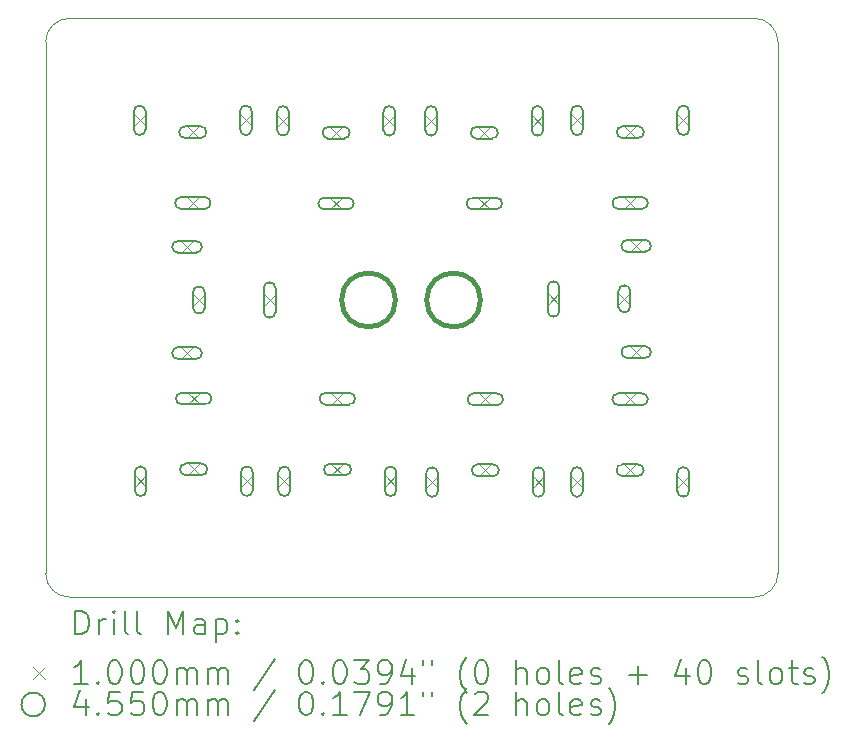
<source format=gbr>
%TF.GenerationSoftware,KiCad,Pcbnew,(6.0.9)*%
%TF.CreationDate,2023-02-05T01:33:22+02:00*%
%TF.ProjectId,Power for cam,506f7765-7220-4666-9f72-2063616d2e6b,rev?*%
%TF.SameCoordinates,Original*%
%TF.FileFunction,Drillmap*%
%TF.FilePolarity,Positive*%
%FSLAX45Y45*%
G04 Gerber Fmt 4.5, Leading zero omitted, Abs format (unit mm)*
G04 Created by KiCad (PCBNEW (6.0.9)) date 2023-02-05 01:33:22*
%MOMM*%
%LPD*%
G01*
G04 APERTURE LIST*
%ADD10C,0.100000*%
%ADD11C,0.200000*%
%ADD12C,0.455000*%
G04 APERTURE END LIST*
D10*
X12100000Y-10700000D02*
G75*
G03*
X12300000Y-10900000I200000J0D01*
G01*
X12300000Y-6000000D02*
G75*
G03*
X12100000Y-6200000I0J-200000D01*
G01*
X18300000Y-6200000D02*
G75*
G03*
X18100000Y-6000000I-200000J0D01*
G01*
X18100000Y-10900000D02*
G75*
G03*
X18300000Y-10700000I0J200000D01*
G01*
X18300000Y-6200000D02*
X18300000Y-10700000D01*
X12100000Y-6200000D02*
X12100000Y-10700000D01*
X12300000Y-10900000D02*
X18100000Y-10900000D01*
X12300000Y-6000000D02*
X18100000Y-6000000D01*
D11*
D10*
X12845720Y-6813700D02*
X12945720Y-6913700D01*
X12945720Y-6813700D02*
X12845720Y-6913700D01*
D11*
X12945720Y-6938700D02*
X12945720Y-6788700D01*
X12845720Y-6938700D02*
X12845720Y-6788700D01*
X12945720Y-6788700D02*
G75*
G03*
X12845720Y-6788700I-50000J0D01*
G01*
X12845720Y-6938700D02*
G75*
G03*
X12945720Y-6938700I50000J0D01*
G01*
D10*
X12853000Y-9869000D02*
X12953000Y-9969000D01*
X12953000Y-9869000D02*
X12853000Y-9969000D01*
D11*
X12853000Y-9844000D02*
X12853000Y-9994000D01*
X12953000Y-9844000D02*
X12953000Y-9994000D01*
X12853000Y-9994000D02*
G75*
G03*
X12953000Y-9994000I50000J0D01*
G01*
X12953000Y-9844000D02*
G75*
G03*
X12853000Y-9844000I-50000J0D01*
G01*
D10*
X13246760Y-7884540D02*
X13346760Y-7984540D01*
X13346760Y-7884540D02*
X13246760Y-7984540D01*
D11*
X13371760Y-7884540D02*
X13221760Y-7884540D01*
X13371760Y-7984540D02*
X13221760Y-7984540D01*
X13221760Y-7884540D02*
G75*
G03*
X13221760Y-7984540I0J-50000D01*
G01*
X13371760Y-7984540D02*
G75*
G03*
X13371760Y-7884540I0J50000D01*
G01*
D10*
X13246760Y-8784540D02*
X13346760Y-8884540D01*
X13346760Y-8784540D02*
X13246760Y-8884540D01*
D11*
X13371760Y-8784540D02*
X13221760Y-8784540D01*
X13371760Y-8884540D02*
X13221760Y-8884540D01*
X13221760Y-8784540D02*
G75*
G03*
X13221760Y-8884540I0J-50000D01*
G01*
X13371760Y-8884540D02*
G75*
G03*
X13371760Y-8784540I0J50000D01*
G01*
D10*
X13295720Y-6913700D02*
X13395720Y-7013700D01*
X13395720Y-6913700D02*
X13295720Y-7013700D01*
D11*
X13410720Y-6913700D02*
X13280720Y-6913700D01*
X13410720Y-7013700D02*
X13280720Y-7013700D01*
X13280720Y-6913700D02*
G75*
G03*
X13280720Y-7013700I0J-50000D01*
G01*
X13410720Y-7013700D02*
G75*
G03*
X13410720Y-6913700I0J50000D01*
G01*
D10*
X13295720Y-7513700D02*
X13395720Y-7613700D01*
X13395720Y-7513700D02*
X13295720Y-7613700D01*
D11*
X13445720Y-7513700D02*
X13245720Y-7513700D01*
X13445720Y-7613700D02*
X13245720Y-7613700D01*
X13245720Y-7513700D02*
G75*
G03*
X13245720Y-7613700I0J-50000D01*
G01*
X13445720Y-7613700D02*
G75*
G03*
X13445720Y-7513700I0J50000D01*
G01*
D10*
X13303000Y-9169000D02*
X13403000Y-9269000D01*
X13403000Y-9169000D02*
X13303000Y-9269000D01*
D11*
X13253000Y-9269000D02*
X13453000Y-9269000D01*
X13253000Y-9169000D02*
X13453000Y-9169000D01*
X13453000Y-9269000D02*
G75*
G03*
X13453000Y-9169000I0J50000D01*
G01*
X13253000Y-9169000D02*
G75*
G03*
X13253000Y-9269000I0J-50000D01*
G01*
D10*
X13303000Y-9769000D02*
X13403000Y-9869000D01*
X13403000Y-9769000D02*
X13303000Y-9869000D01*
D11*
X13288000Y-9869000D02*
X13418000Y-9869000D01*
X13288000Y-9769000D02*
X13418000Y-9769000D01*
X13418000Y-9869000D02*
G75*
G03*
X13418000Y-9769000I0J50000D01*
G01*
X13288000Y-9769000D02*
G75*
G03*
X13288000Y-9869000I0J-50000D01*
G01*
D10*
X13346760Y-8334540D02*
X13446760Y-8434540D01*
X13446760Y-8334540D02*
X13346760Y-8434540D01*
D11*
X13346760Y-8319540D02*
X13346760Y-8449540D01*
X13446760Y-8319540D02*
X13446760Y-8449540D01*
X13346760Y-8449540D02*
G75*
G03*
X13446760Y-8449540I50000J0D01*
G01*
X13446760Y-8319540D02*
G75*
G03*
X13346760Y-8319540I-50000J0D01*
G01*
D10*
X13745720Y-6813700D02*
X13845720Y-6913700D01*
X13845720Y-6813700D02*
X13745720Y-6913700D01*
D11*
X13845720Y-6938700D02*
X13845720Y-6788700D01*
X13745720Y-6938700D02*
X13745720Y-6788700D01*
X13845720Y-6788700D02*
G75*
G03*
X13745720Y-6788700I-50000J0D01*
G01*
X13745720Y-6938700D02*
G75*
G03*
X13845720Y-6938700I50000J0D01*
G01*
D10*
X13753000Y-9869000D02*
X13853000Y-9969000D01*
X13853000Y-9869000D02*
X13753000Y-9969000D01*
D11*
X13753000Y-9844000D02*
X13753000Y-9994000D01*
X13853000Y-9844000D02*
X13853000Y-9994000D01*
X13753000Y-9994000D02*
G75*
G03*
X13853000Y-9994000I50000J0D01*
G01*
X13853000Y-9844000D02*
G75*
G03*
X13753000Y-9844000I-50000J0D01*
G01*
D10*
X13946760Y-8334540D02*
X14046760Y-8434540D01*
X14046760Y-8334540D02*
X13946760Y-8434540D01*
D11*
X13946760Y-8284540D02*
X13946760Y-8484540D01*
X14046760Y-8284540D02*
X14046760Y-8484540D01*
X13946760Y-8484540D02*
G75*
G03*
X14046760Y-8484540I50000J0D01*
G01*
X14046760Y-8284540D02*
G75*
G03*
X13946760Y-8284540I-50000J0D01*
G01*
D10*
X14059280Y-6818020D02*
X14159280Y-6918020D01*
X14159280Y-6818020D02*
X14059280Y-6918020D01*
D11*
X14159280Y-6943020D02*
X14159280Y-6793020D01*
X14059280Y-6943020D02*
X14059280Y-6793020D01*
X14159280Y-6793020D02*
G75*
G03*
X14059280Y-6793020I-50000J0D01*
G01*
X14059280Y-6943020D02*
G75*
G03*
X14159280Y-6943020I50000J0D01*
G01*
D10*
X14070000Y-9870000D02*
X14170000Y-9970000D01*
X14170000Y-9870000D02*
X14070000Y-9970000D01*
D11*
X14070000Y-9845000D02*
X14070000Y-9995000D01*
X14170000Y-9845000D02*
X14170000Y-9995000D01*
X14070000Y-9995000D02*
G75*
G03*
X14170000Y-9995000I50000J0D01*
G01*
X14170000Y-9845000D02*
G75*
G03*
X14070000Y-9845000I-50000J0D01*
G01*
D10*
X14509280Y-6918020D02*
X14609280Y-7018020D01*
X14609280Y-6918020D02*
X14509280Y-7018020D01*
D11*
X14624280Y-6918020D02*
X14494280Y-6918020D01*
X14624280Y-7018020D02*
X14494280Y-7018020D01*
X14494280Y-6918020D02*
G75*
G03*
X14494280Y-7018020I0J-50000D01*
G01*
X14624280Y-7018020D02*
G75*
G03*
X14624280Y-6918020I0J50000D01*
G01*
D10*
X14509280Y-7518020D02*
X14609280Y-7618020D01*
X14609280Y-7518020D02*
X14509280Y-7618020D01*
D11*
X14659280Y-7518020D02*
X14459280Y-7518020D01*
X14659280Y-7618020D02*
X14459280Y-7618020D01*
X14459280Y-7518020D02*
G75*
G03*
X14459280Y-7618020I0J-50000D01*
G01*
X14659280Y-7618020D02*
G75*
G03*
X14659280Y-7518020I0J50000D01*
G01*
D10*
X14520000Y-9170000D02*
X14620000Y-9270000D01*
X14620000Y-9170000D02*
X14520000Y-9270000D01*
D11*
X14470000Y-9270000D02*
X14670000Y-9270000D01*
X14470000Y-9170000D02*
X14670000Y-9170000D01*
X14670000Y-9270000D02*
G75*
G03*
X14670000Y-9170000I0J50000D01*
G01*
X14470000Y-9170000D02*
G75*
G03*
X14470000Y-9270000I0J-50000D01*
G01*
D10*
X14520000Y-9770000D02*
X14620000Y-9870000D01*
X14620000Y-9770000D02*
X14520000Y-9870000D01*
D11*
X14505000Y-9870000D02*
X14635000Y-9870000D01*
X14505000Y-9770000D02*
X14635000Y-9770000D01*
X14635000Y-9870000D02*
G75*
G03*
X14635000Y-9770000I0J50000D01*
G01*
X14505000Y-9770000D02*
G75*
G03*
X14505000Y-9870000I0J-50000D01*
G01*
D10*
X14959280Y-6818020D02*
X15059280Y-6918020D01*
X15059280Y-6818020D02*
X14959280Y-6918020D01*
D11*
X15059280Y-6943020D02*
X15059280Y-6793020D01*
X14959280Y-6943020D02*
X14959280Y-6793020D01*
X15059280Y-6793020D02*
G75*
G03*
X14959280Y-6793020I-50000J0D01*
G01*
X14959280Y-6943020D02*
G75*
G03*
X15059280Y-6943020I50000J0D01*
G01*
D10*
X14970000Y-9870000D02*
X15070000Y-9970000D01*
X15070000Y-9870000D02*
X14970000Y-9970000D01*
D11*
X14970000Y-9845000D02*
X14970000Y-9995000D01*
X15070000Y-9845000D02*
X15070000Y-9995000D01*
X14970000Y-9995000D02*
G75*
G03*
X15070000Y-9995000I50000J0D01*
G01*
X15070000Y-9845000D02*
G75*
G03*
X14970000Y-9845000I-50000J0D01*
G01*
D10*
X15314040Y-6818020D02*
X15414040Y-6918020D01*
X15414040Y-6818020D02*
X15314040Y-6918020D01*
D11*
X15414040Y-6943020D02*
X15414040Y-6793020D01*
X15314040Y-6943020D02*
X15314040Y-6793020D01*
X15414040Y-6793020D02*
G75*
G03*
X15314040Y-6793020I-50000J0D01*
G01*
X15314040Y-6943020D02*
G75*
G03*
X15414040Y-6943020I50000J0D01*
G01*
D10*
X15322220Y-9876260D02*
X15422220Y-9976260D01*
X15422220Y-9876260D02*
X15322220Y-9976260D01*
D11*
X15322220Y-9851260D02*
X15322220Y-10001260D01*
X15422220Y-9851260D02*
X15422220Y-10001260D01*
X15322220Y-10001260D02*
G75*
G03*
X15422220Y-10001260I50000J0D01*
G01*
X15422220Y-9851260D02*
G75*
G03*
X15322220Y-9851260I-50000J0D01*
G01*
D10*
X15764040Y-6918020D02*
X15864040Y-7018020D01*
X15864040Y-6918020D02*
X15764040Y-7018020D01*
D11*
X15879040Y-6918020D02*
X15749040Y-6918020D01*
X15879040Y-7018020D02*
X15749040Y-7018020D01*
X15749040Y-6918020D02*
G75*
G03*
X15749040Y-7018020I0J-50000D01*
G01*
X15879040Y-7018020D02*
G75*
G03*
X15879040Y-6918020I0J50000D01*
G01*
D10*
X15764040Y-7518020D02*
X15864040Y-7618020D01*
X15864040Y-7518020D02*
X15764040Y-7618020D01*
D11*
X15914040Y-7518020D02*
X15714040Y-7518020D01*
X15914040Y-7618020D02*
X15714040Y-7618020D01*
X15714040Y-7518020D02*
G75*
G03*
X15714040Y-7618020I0J-50000D01*
G01*
X15914040Y-7618020D02*
G75*
G03*
X15914040Y-7518020I0J50000D01*
G01*
D10*
X15772220Y-9176260D02*
X15872220Y-9276260D01*
X15872220Y-9176260D02*
X15772220Y-9276260D01*
D11*
X15722220Y-9276260D02*
X15922220Y-9276260D01*
X15722220Y-9176260D02*
X15922220Y-9176260D01*
X15922220Y-9276260D02*
G75*
G03*
X15922220Y-9176260I0J50000D01*
G01*
X15722220Y-9176260D02*
G75*
G03*
X15722220Y-9276260I0J-50000D01*
G01*
D10*
X15772220Y-9776260D02*
X15872220Y-9876260D01*
X15872220Y-9776260D02*
X15772220Y-9876260D01*
D11*
X15757220Y-9876260D02*
X15887220Y-9876260D01*
X15757220Y-9776260D02*
X15887220Y-9776260D01*
X15887220Y-9876260D02*
G75*
G03*
X15887220Y-9776260I0J50000D01*
G01*
X15757220Y-9776260D02*
G75*
G03*
X15757220Y-9876260I0J-50000D01*
G01*
D10*
X16214040Y-6818020D02*
X16314040Y-6918020D01*
X16314040Y-6818020D02*
X16214040Y-6918020D01*
D11*
X16314040Y-6943020D02*
X16314040Y-6793020D01*
X16214040Y-6943020D02*
X16214040Y-6793020D01*
X16314040Y-6793020D02*
G75*
G03*
X16214040Y-6793020I-50000J0D01*
G01*
X16214040Y-6943020D02*
G75*
G03*
X16314040Y-6943020I50000J0D01*
G01*
D10*
X16222220Y-9876260D02*
X16322220Y-9976260D01*
X16322220Y-9876260D02*
X16222220Y-9976260D01*
D11*
X16222220Y-9851260D02*
X16222220Y-10001260D01*
X16322220Y-9851260D02*
X16322220Y-10001260D01*
X16222220Y-10001260D02*
G75*
G03*
X16322220Y-10001260I50000J0D01*
G01*
X16322220Y-9851260D02*
G75*
G03*
X16222220Y-9851260I-50000J0D01*
G01*
D10*
X16349580Y-8325680D02*
X16449580Y-8425680D01*
X16449580Y-8325680D02*
X16349580Y-8425680D01*
D11*
X16449580Y-8475680D02*
X16449580Y-8275680D01*
X16349580Y-8475680D02*
X16349580Y-8275680D01*
X16449580Y-8275680D02*
G75*
G03*
X16349580Y-8275680I-50000J0D01*
G01*
X16349580Y-8475680D02*
G75*
G03*
X16449580Y-8475680I50000J0D01*
G01*
D10*
X16548480Y-9875280D02*
X16648480Y-9975280D01*
X16648480Y-9875280D02*
X16548480Y-9975280D01*
D11*
X16548480Y-9850280D02*
X16548480Y-10000280D01*
X16648480Y-9850280D02*
X16648480Y-10000280D01*
X16548480Y-10000280D02*
G75*
G03*
X16648480Y-10000280I50000J0D01*
G01*
X16648480Y-9850280D02*
G75*
G03*
X16548480Y-9850280I-50000J0D01*
G01*
D10*
X16549580Y-6813700D02*
X16649580Y-6913700D01*
X16649580Y-6813700D02*
X16549580Y-6913700D01*
D11*
X16649580Y-6938700D02*
X16649580Y-6788700D01*
X16549580Y-6938700D02*
X16549580Y-6788700D01*
X16649580Y-6788700D02*
G75*
G03*
X16549580Y-6788700I-50000J0D01*
G01*
X16549580Y-6938700D02*
G75*
G03*
X16649580Y-6938700I50000J0D01*
G01*
D10*
X16949580Y-8325680D02*
X17049580Y-8425680D01*
X17049580Y-8325680D02*
X16949580Y-8425680D01*
D11*
X17049580Y-8440680D02*
X17049580Y-8310680D01*
X16949580Y-8440680D02*
X16949580Y-8310680D01*
X17049580Y-8310680D02*
G75*
G03*
X16949580Y-8310680I-50000J0D01*
G01*
X16949580Y-8440680D02*
G75*
G03*
X17049580Y-8440680I50000J0D01*
G01*
D10*
X16998480Y-9175280D02*
X17098480Y-9275280D01*
X17098480Y-9175280D02*
X16998480Y-9275280D01*
D11*
X16948480Y-9275280D02*
X17148480Y-9275280D01*
X16948480Y-9175280D02*
X17148480Y-9175280D01*
X17148480Y-9275280D02*
G75*
G03*
X17148480Y-9175280I0J50000D01*
G01*
X16948480Y-9175280D02*
G75*
G03*
X16948480Y-9275280I0J-50000D01*
G01*
D10*
X16998480Y-9775280D02*
X17098480Y-9875280D01*
X17098480Y-9775280D02*
X16998480Y-9875280D01*
D11*
X16983480Y-9875280D02*
X17113480Y-9875280D01*
X16983480Y-9775280D02*
X17113480Y-9775280D01*
X17113480Y-9875280D02*
G75*
G03*
X17113480Y-9775280I0J50000D01*
G01*
X16983480Y-9775280D02*
G75*
G03*
X16983480Y-9875280I0J-50000D01*
G01*
D10*
X16999580Y-6913700D02*
X17099580Y-7013700D01*
X17099580Y-6913700D02*
X16999580Y-7013700D01*
D11*
X17114580Y-6913700D02*
X16984580Y-6913700D01*
X17114580Y-7013700D02*
X16984580Y-7013700D01*
X16984580Y-6913700D02*
G75*
G03*
X16984580Y-7013700I0J-50000D01*
G01*
X17114580Y-7013700D02*
G75*
G03*
X17114580Y-6913700I0J50000D01*
G01*
D10*
X16999580Y-7513700D02*
X17099580Y-7613700D01*
X17099580Y-7513700D02*
X16999580Y-7613700D01*
D11*
X17149580Y-7513700D02*
X16949580Y-7513700D01*
X17149580Y-7613700D02*
X16949580Y-7613700D01*
X16949580Y-7513700D02*
G75*
G03*
X16949580Y-7613700I0J-50000D01*
G01*
X17149580Y-7613700D02*
G75*
G03*
X17149580Y-7513700I0J50000D01*
G01*
D10*
X17049580Y-7875680D02*
X17149580Y-7975680D01*
X17149580Y-7875680D02*
X17049580Y-7975680D01*
D11*
X17024580Y-7975680D02*
X17174580Y-7975680D01*
X17024580Y-7875680D02*
X17174580Y-7875680D01*
X17174580Y-7975680D02*
G75*
G03*
X17174580Y-7875680I0J50000D01*
G01*
X17024580Y-7875680D02*
G75*
G03*
X17024580Y-7975680I0J-50000D01*
G01*
D10*
X17049580Y-8775680D02*
X17149580Y-8875680D01*
X17149580Y-8775680D02*
X17049580Y-8875680D01*
D11*
X17024580Y-8875680D02*
X17174580Y-8875680D01*
X17024580Y-8775680D02*
X17174580Y-8775680D01*
X17174580Y-8875680D02*
G75*
G03*
X17174580Y-8775680I0J50000D01*
G01*
X17024580Y-8775680D02*
G75*
G03*
X17024580Y-8875680I0J-50000D01*
G01*
D10*
X17448480Y-9875280D02*
X17548480Y-9975280D01*
X17548480Y-9875280D02*
X17448480Y-9975280D01*
D11*
X17448480Y-9850280D02*
X17448480Y-10000280D01*
X17548480Y-9850280D02*
X17548480Y-10000280D01*
X17448480Y-10000280D02*
G75*
G03*
X17548480Y-10000280I50000J0D01*
G01*
X17548480Y-9850280D02*
G75*
G03*
X17448480Y-9850280I-50000J0D01*
G01*
D10*
X17449580Y-6813700D02*
X17549580Y-6913700D01*
X17549580Y-6813700D02*
X17449580Y-6913700D01*
D11*
X17549580Y-6938700D02*
X17549580Y-6788700D01*
X17449580Y-6938700D02*
X17449580Y-6788700D01*
X17549580Y-6788700D02*
G75*
G03*
X17449580Y-6788700I-50000J0D01*
G01*
X17449580Y-6938700D02*
G75*
G03*
X17549580Y-6938700I50000J0D01*
G01*
D12*
X15061100Y-8384540D02*
G75*
G03*
X15061100Y-8384540I-227500J0D01*
G01*
X15781100Y-8384540D02*
G75*
G03*
X15781100Y-8384540I-227500J0D01*
G01*
D11*
X12352619Y-11215476D02*
X12352619Y-11015476D01*
X12400238Y-11015476D01*
X12428809Y-11025000D01*
X12447857Y-11044048D01*
X12457381Y-11063095D01*
X12466905Y-11101190D01*
X12466905Y-11129762D01*
X12457381Y-11167857D01*
X12447857Y-11186905D01*
X12428809Y-11205952D01*
X12400238Y-11215476D01*
X12352619Y-11215476D01*
X12552619Y-11215476D02*
X12552619Y-11082143D01*
X12552619Y-11120238D02*
X12562143Y-11101190D01*
X12571667Y-11091667D01*
X12590714Y-11082143D01*
X12609762Y-11082143D01*
X12676428Y-11215476D02*
X12676428Y-11082143D01*
X12676428Y-11015476D02*
X12666905Y-11025000D01*
X12676428Y-11034524D01*
X12685952Y-11025000D01*
X12676428Y-11015476D01*
X12676428Y-11034524D01*
X12800238Y-11215476D02*
X12781190Y-11205952D01*
X12771667Y-11186905D01*
X12771667Y-11015476D01*
X12905000Y-11215476D02*
X12885952Y-11205952D01*
X12876428Y-11186905D01*
X12876428Y-11015476D01*
X13133571Y-11215476D02*
X13133571Y-11015476D01*
X13200238Y-11158333D01*
X13266905Y-11015476D01*
X13266905Y-11215476D01*
X13447857Y-11215476D02*
X13447857Y-11110714D01*
X13438333Y-11091667D01*
X13419286Y-11082143D01*
X13381190Y-11082143D01*
X13362143Y-11091667D01*
X13447857Y-11205952D02*
X13428809Y-11215476D01*
X13381190Y-11215476D01*
X13362143Y-11205952D01*
X13352619Y-11186905D01*
X13352619Y-11167857D01*
X13362143Y-11148810D01*
X13381190Y-11139286D01*
X13428809Y-11139286D01*
X13447857Y-11129762D01*
X13543095Y-11082143D02*
X13543095Y-11282143D01*
X13543095Y-11091667D02*
X13562143Y-11082143D01*
X13600238Y-11082143D01*
X13619286Y-11091667D01*
X13628809Y-11101190D01*
X13638333Y-11120238D01*
X13638333Y-11177381D01*
X13628809Y-11196428D01*
X13619286Y-11205952D01*
X13600238Y-11215476D01*
X13562143Y-11215476D01*
X13543095Y-11205952D01*
X13724048Y-11196428D02*
X13733571Y-11205952D01*
X13724048Y-11215476D01*
X13714524Y-11205952D01*
X13724048Y-11196428D01*
X13724048Y-11215476D01*
X13724048Y-11091667D02*
X13733571Y-11101190D01*
X13724048Y-11110714D01*
X13714524Y-11101190D01*
X13724048Y-11091667D01*
X13724048Y-11110714D01*
D10*
X11995000Y-11495000D02*
X12095000Y-11595000D01*
X12095000Y-11495000D02*
X11995000Y-11595000D01*
D11*
X12457381Y-11635476D02*
X12343095Y-11635476D01*
X12400238Y-11635476D02*
X12400238Y-11435476D01*
X12381190Y-11464048D01*
X12362143Y-11483095D01*
X12343095Y-11492619D01*
X12543095Y-11616428D02*
X12552619Y-11625952D01*
X12543095Y-11635476D01*
X12533571Y-11625952D01*
X12543095Y-11616428D01*
X12543095Y-11635476D01*
X12676428Y-11435476D02*
X12695476Y-11435476D01*
X12714524Y-11445000D01*
X12724048Y-11454524D01*
X12733571Y-11473571D01*
X12743095Y-11511667D01*
X12743095Y-11559286D01*
X12733571Y-11597381D01*
X12724048Y-11616428D01*
X12714524Y-11625952D01*
X12695476Y-11635476D01*
X12676428Y-11635476D01*
X12657381Y-11625952D01*
X12647857Y-11616428D01*
X12638333Y-11597381D01*
X12628809Y-11559286D01*
X12628809Y-11511667D01*
X12638333Y-11473571D01*
X12647857Y-11454524D01*
X12657381Y-11445000D01*
X12676428Y-11435476D01*
X12866905Y-11435476D02*
X12885952Y-11435476D01*
X12905000Y-11445000D01*
X12914524Y-11454524D01*
X12924048Y-11473571D01*
X12933571Y-11511667D01*
X12933571Y-11559286D01*
X12924048Y-11597381D01*
X12914524Y-11616428D01*
X12905000Y-11625952D01*
X12885952Y-11635476D01*
X12866905Y-11635476D01*
X12847857Y-11625952D01*
X12838333Y-11616428D01*
X12828809Y-11597381D01*
X12819286Y-11559286D01*
X12819286Y-11511667D01*
X12828809Y-11473571D01*
X12838333Y-11454524D01*
X12847857Y-11445000D01*
X12866905Y-11435476D01*
X13057381Y-11435476D02*
X13076428Y-11435476D01*
X13095476Y-11445000D01*
X13105000Y-11454524D01*
X13114524Y-11473571D01*
X13124048Y-11511667D01*
X13124048Y-11559286D01*
X13114524Y-11597381D01*
X13105000Y-11616428D01*
X13095476Y-11625952D01*
X13076428Y-11635476D01*
X13057381Y-11635476D01*
X13038333Y-11625952D01*
X13028809Y-11616428D01*
X13019286Y-11597381D01*
X13009762Y-11559286D01*
X13009762Y-11511667D01*
X13019286Y-11473571D01*
X13028809Y-11454524D01*
X13038333Y-11445000D01*
X13057381Y-11435476D01*
X13209762Y-11635476D02*
X13209762Y-11502143D01*
X13209762Y-11521190D02*
X13219286Y-11511667D01*
X13238333Y-11502143D01*
X13266905Y-11502143D01*
X13285952Y-11511667D01*
X13295476Y-11530714D01*
X13295476Y-11635476D01*
X13295476Y-11530714D02*
X13305000Y-11511667D01*
X13324048Y-11502143D01*
X13352619Y-11502143D01*
X13371667Y-11511667D01*
X13381190Y-11530714D01*
X13381190Y-11635476D01*
X13476428Y-11635476D02*
X13476428Y-11502143D01*
X13476428Y-11521190D02*
X13485952Y-11511667D01*
X13505000Y-11502143D01*
X13533571Y-11502143D01*
X13552619Y-11511667D01*
X13562143Y-11530714D01*
X13562143Y-11635476D01*
X13562143Y-11530714D02*
X13571667Y-11511667D01*
X13590714Y-11502143D01*
X13619286Y-11502143D01*
X13638333Y-11511667D01*
X13647857Y-11530714D01*
X13647857Y-11635476D01*
X14038333Y-11425952D02*
X13866905Y-11683095D01*
X14295476Y-11435476D02*
X14314524Y-11435476D01*
X14333571Y-11445000D01*
X14343095Y-11454524D01*
X14352619Y-11473571D01*
X14362143Y-11511667D01*
X14362143Y-11559286D01*
X14352619Y-11597381D01*
X14343095Y-11616428D01*
X14333571Y-11625952D01*
X14314524Y-11635476D01*
X14295476Y-11635476D01*
X14276428Y-11625952D01*
X14266905Y-11616428D01*
X14257381Y-11597381D01*
X14247857Y-11559286D01*
X14247857Y-11511667D01*
X14257381Y-11473571D01*
X14266905Y-11454524D01*
X14276428Y-11445000D01*
X14295476Y-11435476D01*
X14447857Y-11616428D02*
X14457381Y-11625952D01*
X14447857Y-11635476D01*
X14438333Y-11625952D01*
X14447857Y-11616428D01*
X14447857Y-11635476D01*
X14581190Y-11435476D02*
X14600238Y-11435476D01*
X14619286Y-11445000D01*
X14628809Y-11454524D01*
X14638333Y-11473571D01*
X14647857Y-11511667D01*
X14647857Y-11559286D01*
X14638333Y-11597381D01*
X14628809Y-11616428D01*
X14619286Y-11625952D01*
X14600238Y-11635476D01*
X14581190Y-11635476D01*
X14562143Y-11625952D01*
X14552619Y-11616428D01*
X14543095Y-11597381D01*
X14533571Y-11559286D01*
X14533571Y-11511667D01*
X14543095Y-11473571D01*
X14552619Y-11454524D01*
X14562143Y-11445000D01*
X14581190Y-11435476D01*
X14714524Y-11435476D02*
X14838333Y-11435476D01*
X14771667Y-11511667D01*
X14800238Y-11511667D01*
X14819286Y-11521190D01*
X14828809Y-11530714D01*
X14838333Y-11549762D01*
X14838333Y-11597381D01*
X14828809Y-11616428D01*
X14819286Y-11625952D01*
X14800238Y-11635476D01*
X14743095Y-11635476D01*
X14724048Y-11625952D01*
X14714524Y-11616428D01*
X14933571Y-11635476D02*
X14971667Y-11635476D01*
X14990714Y-11625952D01*
X15000238Y-11616428D01*
X15019286Y-11587857D01*
X15028809Y-11549762D01*
X15028809Y-11473571D01*
X15019286Y-11454524D01*
X15009762Y-11445000D01*
X14990714Y-11435476D01*
X14952619Y-11435476D01*
X14933571Y-11445000D01*
X14924048Y-11454524D01*
X14914524Y-11473571D01*
X14914524Y-11521190D01*
X14924048Y-11540238D01*
X14933571Y-11549762D01*
X14952619Y-11559286D01*
X14990714Y-11559286D01*
X15009762Y-11549762D01*
X15019286Y-11540238D01*
X15028809Y-11521190D01*
X15200238Y-11502143D02*
X15200238Y-11635476D01*
X15152619Y-11425952D02*
X15105000Y-11568809D01*
X15228809Y-11568809D01*
X15295476Y-11435476D02*
X15295476Y-11473571D01*
X15371667Y-11435476D02*
X15371667Y-11473571D01*
X15666905Y-11711667D02*
X15657381Y-11702143D01*
X15638333Y-11673571D01*
X15628809Y-11654524D01*
X15619286Y-11625952D01*
X15609762Y-11578333D01*
X15609762Y-11540238D01*
X15619286Y-11492619D01*
X15628809Y-11464048D01*
X15638333Y-11445000D01*
X15657381Y-11416428D01*
X15666905Y-11406905D01*
X15781190Y-11435476D02*
X15800238Y-11435476D01*
X15819286Y-11445000D01*
X15828809Y-11454524D01*
X15838333Y-11473571D01*
X15847857Y-11511667D01*
X15847857Y-11559286D01*
X15838333Y-11597381D01*
X15828809Y-11616428D01*
X15819286Y-11625952D01*
X15800238Y-11635476D01*
X15781190Y-11635476D01*
X15762143Y-11625952D01*
X15752619Y-11616428D01*
X15743095Y-11597381D01*
X15733571Y-11559286D01*
X15733571Y-11511667D01*
X15743095Y-11473571D01*
X15752619Y-11454524D01*
X15762143Y-11445000D01*
X15781190Y-11435476D01*
X16085952Y-11635476D02*
X16085952Y-11435476D01*
X16171667Y-11635476D02*
X16171667Y-11530714D01*
X16162143Y-11511667D01*
X16143095Y-11502143D01*
X16114524Y-11502143D01*
X16095476Y-11511667D01*
X16085952Y-11521190D01*
X16295476Y-11635476D02*
X16276428Y-11625952D01*
X16266905Y-11616428D01*
X16257381Y-11597381D01*
X16257381Y-11540238D01*
X16266905Y-11521190D01*
X16276428Y-11511667D01*
X16295476Y-11502143D01*
X16324048Y-11502143D01*
X16343095Y-11511667D01*
X16352619Y-11521190D01*
X16362143Y-11540238D01*
X16362143Y-11597381D01*
X16352619Y-11616428D01*
X16343095Y-11625952D01*
X16324048Y-11635476D01*
X16295476Y-11635476D01*
X16476428Y-11635476D02*
X16457381Y-11625952D01*
X16447857Y-11606905D01*
X16447857Y-11435476D01*
X16628809Y-11625952D02*
X16609762Y-11635476D01*
X16571667Y-11635476D01*
X16552619Y-11625952D01*
X16543095Y-11606905D01*
X16543095Y-11530714D01*
X16552619Y-11511667D01*
X16571667Y-11502143D01*
X16609762Y-11502143D01*
X16628809Y-11511667D01*
X16638333Y-11530714D01*
X16638333Y-11549762D01*
X16543095Y-11568809D01*
X16714524Y-11625952D02*
X16733571Y-11635476D01*
X16771667Y-11635476D01*
X16790714Y-11625952D01*
X16800238Y-11606905D01*
X16800238Y-11597381D01*
X16790714Y-11578333D01*
X16771667Y-11568809D01*
X16743095Y-11568809D01*
X16724048Y-11559286D01*
X16714524Y-11540238D01*
X16714524Y-11530714D01*
X16724048Y-11511667D01*
X16743095Y-11502143D01*
X16771667Y-11502143D01*
X16790714Y-11511667D01*
X17038333Y-11559286D02*
X17190714Y-11559286D01*
X17114524Y-11635476D02*
X17114524Y-11483095D01*
X17524048Y-11502143D02*
X17524048Y-11635476D01*
X17476429Y-11425952D02*
X17428810Y-11568809D01*
X17552619Y-11568809D01*
X17666905Y-11435476D02*
X17685952Y-11435476D01*
X17705000Y-11445000D01*
X17714524Y-11454524D01*
X17724048Y-11473571D01*
X17733571Y-11511667D01*
X17733571Y-11559286D01*
X17724048Y-11597381D01*
X17714524Y-11616428D01*
X17705000Y-11625952D01*
X17685952Y-11635476D01*
X17666905Y-11635476D01*
X17647857Y-11625952D01*
X17638333Y-11616428D01*
X17628810Y-11597381D01*
X17619286Y-11559286D01*
X17619286Y-11511667D01*
X17628810Y-11473571D01*
X17638333Y-11454524D01*
X17647857Y-11445000D01*
X17666905Y-11435476D01*
X17962143Y-11625952D02*
X17981190Y-11635476D01*
X18019286Y-11635476D01*
X18038333Y-11625952D01*
X18047857Y-11606905D01*
X18047857Y-11597381D01*
X18038333Y-11578333D01*
X18019286Y-11568809D01*
X17990714Y-11568809D01*
X17971667Y-11559286D01*
X17962143Y-11540238D01*
X17962143Y-11530714D01*
X17971667Y-11511667D01*
X17990714Y-11502143D01*
X18019286Y-11502143D01*
X18038333Y-11511667D01*
X18162143Y-11635476D02*
X18143095Y-11625952D01*
X18133571Y-11606905D01*
X18133571Y-11435476D01*
X18266905Y-11635476D02*
X18247857Y-11625952D01*
X18238333Y-11616428D01*
X18228810Y-11597381D01*
X18228810Y-11540238D01*
X18238333Y-11521190D01*
X18247857Y-11511667D01*
X18266905Y-11502143D01*
X18295476Y-11502143D01*
X18314524Y-11511667D01*
X18324048Y-11521190D01*
X18333571Y-11540238D01*
X18333571Y-11597381D01*
X18324048Y-11616428D01*
X18314524Y-11625952D01*
X18295476Y-11635476D01*
X18266905Y-11635476D01*
X18390714Y-11502143D02*
X18466905Y-11502143D01*
X18419286Y-11435476D02*
X18419286Y-11606905D01*
X18428810Y-11625952D01*
X18447857Y-11635476D01*
X18466905Y-11635476D01*
X18524048Y-11625952D02*
X18543095Y-11635476D01*
X18581190Y-11635476D01*
X18600238Y-11625952D01*
X18609762Y-11606905D01*
X18609762Y-11597381D01*
X18600238Y-11578333D01*
X18581190Y-11568809D01*
X18552619Y-11568809D01*
X18533571Y-11559286D01*
X18524048Y-11540238D01*
X18524048Y-11530714D01*
X18533571Y-11511667D01*
X18552619Y-11502143D01*
X18581190Y-11502143D01*
X18600238Y-11511667D01*
X18676429Y-11711667D02*
X18685952Y-11702143D01*
X18705000Y-11673571D01*
X18714524Y-11654524D01*
X18724048Y-11625952D01*
X18733571Y-11578333D01*
X18733571Y-11540238D01*
X18724048Y-11492619D01*
X18714524Y-11464048D01*
X18705000Y-11445000D01*
X18685952Y-11416428D01*
X18676429Y-11406905D01*
X12095000Y-11809000D02*
G75*
G03*
X12095000Y-11809000I-100000J0D01*
G01*
X12438333Y-11766143D02*
X12438333Y-11899476D01*
X12390714Y-11689952D02*
X12343095Y-11832809D01*
X12466905Y-11832809D01*
X12543095Y-11880428D02*
X12552619Y-11889952D01*
X12543095Y-11899476D01*
X12533571Y-11889952D01*
X12543095Y-11880428D01*
X12543095Y-11899476D01*
X12733571Y-11699476D02*
X12638333Y-11699476D01*
X12628809Y-11794714D01*
X12638333Y-11785190D01*
X12657381Y-11775667D01*
X12705000Y-11775667D01*
X12724048Y-11785190D01*
X12733571Y-11794714D01*
X12743095Y-11813762D01*
X12743095Y-11861381D01*
X12733571Y-11880428D01*
X12724048Y-11889952D01*
X12705000Y-11899476D01*
X12657381Y-11899476D01*
X12638333Y-11889952D01*
X12628809Y-11880428D01*
X12924048Y-11699476D02*
X12828809Y-11699476D01*
X12819286Y-11794714D01*
X12828809Y-11785190D01*
X12847857Y-11775667D01*
X12895476Y-11775667D01*
X12914524Y-11785190D01*
X12924048Y-11794714D01*
X12933571Y-11813762D01*
X12933571Y-11861381D01*
X12924048Y-11880428D01*
X12914524Y-11889952D01*
X12895476Y-11899476D01*
X12847857Y-11899476D01*
X12828809Y-11889952D01*
X12819286Y-11880428D01*
X13057381Y-11699476D02*
X13076428Y-11699476D01*
X13095476Y-11709000D01*
X13105000Y-11718524D01*
X13114524Y-11737571D01*
X13124048Y-11775667D01*
X13124048Y-11823286D01*
X13114524Y-11861381D01*
X13105000Y-11880428D01*
X13095476Y-11889952D01*
X13076428Y-11899476D01*
X13057381Y-11899476D01*
X13038333Y-11889952D01*
X13028809Y-11880428D01*
X13019286Y-11861381D01*
X13009762Y-11823286D01*
X13009762Y-11775667D01*
X13019286Y-11737571D01*
X13028809Y-11718524D01*
X13038333Y-11709000D01*
X13057381Y-11699476D01*
X13209762Y-11899476D02*
X13209762Y-11766143D01*
X13209762Y-11785190D02*
X13219286Y-11775667D01*
X13238333Y-11766143D01*
X13266905Y-11766143D01*
X13285952Y-11775667D01*
X13295476Y-11794714D01*
X13295476Y-11899476D01*
X13295476Y-11794714D02*
X13305000Y-11775667D01*
X13324048Y-11766143D01*
X13352619Y-11766143D01*
X13371667Y-11775667D01*
X13381190Y-11794714D01*
X13381190Y-11899476D01*
X13476428Y-11899476D02*
X13476428Y-11766143D01*
X13476428Y-11785190D02*
X13485952Y-11775667D01*
X13505000Y-11766143D01*
X13533571Y-11766143D01*
X13552619Y-11775667D01*
X13562143Y-11794714D01*
X13562143Y-11899476D01*
X13562143Y-11794714D02*
X13571667Y-11775667D01*
X13590714Y-11766143D01*
X13619286Y-11766143D01*
X13638333Y-11775667D01*
X13647857Y-11794714D01*
X13647857Y-11899476D01*
X14038333Y-11689952D02*
X13866905Y-11947095D01*
X14295476Y-11699476D02*
X14314524Y-11699476D01*
X14333571Y-11709000D01*
X14343095Y-11718524D01*
X14352619Y-11737571D01*
X14362143Y-11775667D01*
X14362143Y-11823286D01*
X14352619Y-11861381D01*
X14343095Y-11880428D01*
X14333571Y-11889952D01*
X14314524Y-11899476D01*
X14295476Y-11899476D01*
X14276428Y-11889952D01*
X14266905Y-11880428D01*
X14257381Y-11861381D01*
X14247857Y-11823286D01*
X14247857Y-11775667D01*
X14257381Y-11737571D01*
X14266905Y-11718524D01*
X14276428Y-11709000D01*
X14295476Y-11699476D01*
X14447857Y-11880428D02*
X14457381Y-11889952D01*
X14447857Y-11899476D01*
X14438333Y-11889952D01*
X14447857Y-11880428D01*
X14447857Y-11899476D01*
X14647857Y-11899476D02*
X14533571Y-11899476D01*
X14590714Y-11899476D02*
X14590714Y-11699476D01*
X14571667Y-11728048D01*
X14552619Y-11747095D01*
X14533571Y-11756619D01*
X14714524Y-11699476D02*
X14847857Y-11699476D01*
X14762143Y-11899476D01*
X14933571Y-11899476D02*
X14971667Y-11899476D01*
X14990714Y-11889952D01*
X15000238Y-11880428D01*
X15019286Y-11851857D01*
X15028809Y-11813762D01*
X15028809Y-11737571D01*
X15019286Y-11718524D01*
X15009762Y-11709000D01*
X14990714Y-11699476D01*
X14952619Y-11699476D01*
X14933571Y-11709000D01*
X14924048Y-11718524D01*
X14914524Y-11737571D01*
X14914524Y-11785190D01*
X14924048Y-11804238D01*
X14933571Y-11813762D01*
X14952619Y-11823286D01*
X14990714Y-11823286D01*
X15009762Y-11813762D01*
X15019286Y-11804238D01*
X15028809Y-11785190D01*
X15219286Y-11899476D02*
X15105000Y-11899476D01*
X15162143Y-11899476D02*
X15162143Y-11699476D01*
X15143095Y-11728048D01*
X15124048Y-11747095D01*
X15105000Y-11756619D01*
X15295476Y-11699476D02*
X15295476Y-11737571D01*
X15371667Y-11699476D02*
X15371667Y-11737571D01*
X15666905Y-11975667D02*
X15657381Y-11966143D01*
X15638333Y-11937571D01*
X15628809Y-11918524D01*
X15619286Y-11889952D01*
X15609762Y-11842333D01*
X15609762Y-11804238D01*
X15619286Y-11756619D01*
X15628809Y-11728048D01*
X15638333Y-11709000D01*
X15657381Y-11680428D01*
X15666905Y-11670905D01*
X15733571Y-11718524D02*
X15743095Y-11709000D01*
X15762143Y-11699476D01*
X15809762Y-11699476D01*
X15828809Y-11709000D01*
X15838333Y-11718524D01*
X15847857Y-11737571D01*
X15847857Y-11756619D01*
X15838333Y-11785190D01*
X15724048Y-11899476D01*
X15847857Y-11899476D01*
X16085952Y-11899476D02*
X16085952Y-11699476D01*
X16171667Y-11899476D02*
X16171667Y-11794714D01*
X16162143Y-11775667D01*
X16143095Y-11766143D01*
X16114524Y-11766143D01*
X16095476Y-11775667D01*
X16085952Y-11785190D01*
X16295476Y-11899476D02*
X16276428Y-11889952D01*
X16266905Y-11880428D01*
X16257381Y-11861381D01*
X16257381Y-11804238D01*
X16266905Y-11785190D01*
X16276428Y-11775667D01*
X16295476Y-11766143D01*
X16324048Y-11766143D01*
X16343095Y-11775667D01*
X16352619Y-11785190D01*
X16362143Y-11804238D01*
X16362143Y-11861381D01*
X16352619Y-11880428D01*
X16343095Y-11889952D01*
X16324048Y-11899476D01*
X16295476Y-11899476D01*
X16476428Y-11899476D02*
X16457381Y-11889952D01*
X16447857Y-11870905D01*
X16447857Y-11699476D01*
X16628809Y-11889952D02*
X16609762Y-11899476D01*
X16571667Y-11899476D01*
X16552619Y-11889952D01*
X16543095Y-11870905D01*
X16543095Y-11794714D01*
X16552619Y-11775667D01*
X16571667Y-11766143D01*
X16609762Y-11766143D01*
X16628809Y-11775667D01*
X16638333Y-11794714D01*
X16638333Y-11813762D01*
X16543095Y-11832809D01*
X16714524Y-11889952D02*
X16733571Y-11899476D01*
X16771667Y-11899476D01*
X16790714Y-11889952D01*
X16800238Y-11870905D01*
X16800238Y-11861381D01*
X16790714Y-11842333D01*
X16771667Y-11832809D01*
X16743095Y-11832809D01*
X16724048Y-11823286D01*
X16714524Y-11804238D01*
X16714524Y-11794714D01*
X16724048Y-11775667D01*
X16743095Y-11766143D01*
X16771667Y-11766143D01*
X16790714Y-11775667D01*
X16866905Y-11975667D02*
X16876429Y-11966143D01*
X16895476Y-11937571D01*
X16905000Y-11918524D01*
X16914524Y-11889952D01*
X16924048Y-11842333D01*
X16924048Y-11804238D01*
X16914524Y-11756619D01*
X16905000Y-11728048D01*
X16895476Y-11709000D01*
X16876429Y-11680428D01*
X16866905Y-11670905D01*
M02*

</source>
